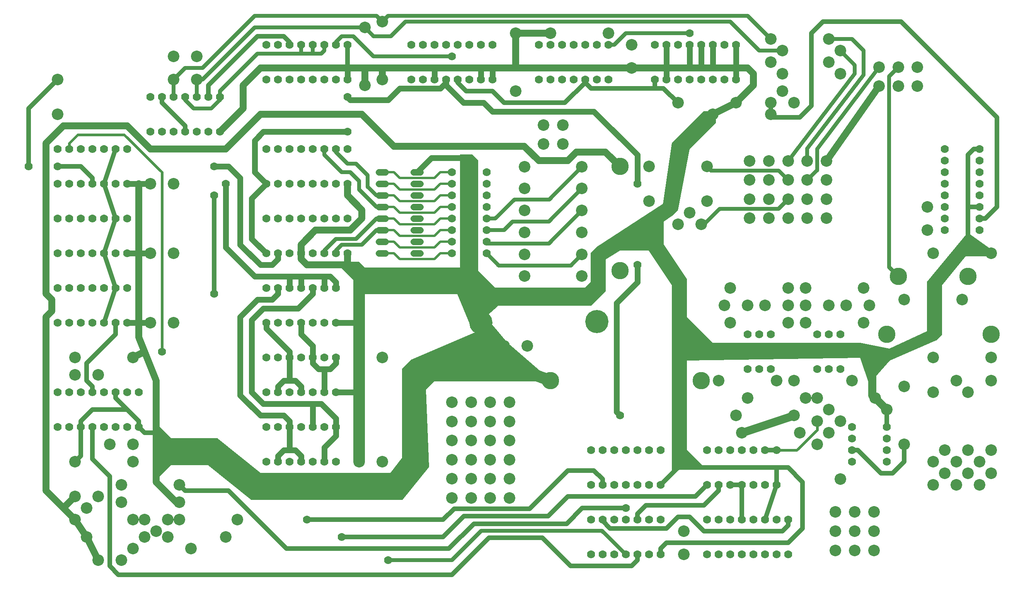
<source format=gbr>
G04 EAGLE Gerber RS-274X export*
G75*
%MOMM*%
%FSLAX34Y34*%
%LPD*%
%INTop Copper*%
%IPPOS*%
%AMOC8*
5,1,8,0,0,1.08239X$1,22.5*%
G01*
%ADD10C,2.540000*%
%ADD11C,3.810000*%
%ADD12C,5.080000*%
%ADD13C,1.778000*%
%ADD14C,1.408000*%
%ADD15C,1.016000*%
%ADD16C,1.270000*%
%ADD17C,1.524000*%
%ADD18C,2.540000*%
%ADD19C,1.778000*%
%ADD20C,0.609600*%
%ADD21C,0.812800*%
%ADD22C,0.508000*%

G36*
X1479601Y253242D02*
X1479601Y253242D01*
X1479619Y253242D01*
X1549469Y259592D01*
X1549505Y259601D01*
X1549542Y259602D01*
X1549624Y259632D01*
X1549707Y259653D01*
X1549738Y259674D01*
X1549773Y259687D01*
X1549841Y259741D01*
X1549913Y259788D01*
X1549936Y259817D01*
X1549965Y259840D01*
X1550012Y259913D01*
X1550066Y259981D01*
X1550078Y260016D01*
X1550098Y260047D01*
X1550120Y260131D01*
X1550149Y260212D01*
X1550149Y260250D01*
X1550159Y260286D01*
X1550152Y260372D01*
X1550154Y260458D01*
X1550142Y260494D01*
X1550139Y260531D01*
X1550106Y260610D01*
X1550080Y260693D01*
X1550058Y260723D01*
X1550043Y260757D01*
X1549938Y260888D01*
X1512061Y298765D01*
X1512061Y494551D01*
X1891754Y500880D01*
X1910628Y444259D01*
X1910673Y444173D01*
X1910713Y444083D01*
X1910730Y444064D01*
X1910742Y444042D01*
X1910813Y443974D01*
X1910879Y443902D01*
X1910902Y443889D01*
X1910920Y443872D01*
X1911009Y443830D01*
X1911094Y443783D01*
X1911120Y443778D01*
X1911143Y443767D01*
X1911240Y443756D01*
X1911336Y443739D01*
X1911362Y443743D01*
X1911387Y443740D01*
X1911483Y443760D01*
X1911580Y443774D01*
X1911603Y443786D01*
X1911628Y443791D01*
X1911712Y443841D01*
X1911799Y443885D01*
X1911823Y443907D01*
X1911839Y443917D01*
X1911861Y443942D01*
X1911923Y443999D01*
X1956261Y494671D01*
X2057705Y539053D01*
X2057754Y539084D01*
X2057807Y539107D01*
X2057885Y539169D01*
X2057912Y539186D01*
X2057921Y539198D01*
X2057938Y539212D01*
X2070638Y551912D01*
X2070686Y551979D01*
X2070690Y551982D01*
X2070691Y551985D01*
X2070691Y551986D01*
X2070751Y552055D01*
X2070763Y552085D01*
X2070782Y552111D01*
X2070809Y552198D01*
X2070843Y552283D01*
X2070847Y552324D01*
X2070854Y552347D01*
X2070853Y552379D01*
X2070861Y552450D01*
X2070861Y660128D01*
X2122415Y723139D01*
X2178050Y723139D01*
X2178070Y723142D01*
X2178089Y723140D01*
X2178191Y723162D01*
X2178293Y723179D01*
X2178310Y723188D01*
X2178330Y723192D01*
X2178419Y723245D01*
X2178510Y723294D01*
X2178524Y723308D01*
X2178541Y723318D01*
X2178608Y723397D01*
X2178680Y723472D01*
X2178688Y723490D01*
X2178701Y723505D01*
X2178740Y723601D01*
X2178783Y723695D01*
X2178785Y723715D01*
X2178793Y723733D01*
X2178811Y723900D01*
X2178811Y738414D01*
X2178806Y738445D01*
X2178809Y738476D01*
X2178786Y738566D01*
X2178772Y738657D01*
X2178757Y738684D01*
X2178750Y738714D01*
X2178700Y738793D01*
X2178656Y738874D01*
X2178634Y738896D01*
X2178617Y738922D01*
X2178492Y739034D01*
X2127692Y775319D01*
X2127669Y775331D01*
X2127652Y775346D01*
X2127582Y775374D01*
X2127484Y775424D01*
X2127478Y775425D01*
X2127472Y775428D01*
X2127435Y775433D01*
X2127424Y775438D01*
X2127319Y775449D01*
X2127241Y775461D01*
X2127235Y775460D01*
X2127228Y775461D01*
X2127113Y775439D01*
X2126999Y775419D01*
X2126993Y775415D01*
X2126987Y775414D01*
X2126884Y775356D01*
X2126783Y775301D01*
X2126777Y775295D01*
X2126773Y775293D01*
X2126760Y775279D01*
X2126662Y775184D01*
X2037762Y667234D01*
X2037735Y667187D01*
X2037699Y667145D01*
X2037673Y667081D01*
X2037639Y667021D01*
X2037628Y666968D01*
X2037607Y666917D01*
X2037595Y666810D01*
X2037589Y666780D01*
X2037591Y666769D01*
X2037589Y666750D01*
X2037589Y559287D01*
X1955706Y521495D01*
X1892449Y534146D01*
X1892426Y534147D01*
X1892300Y534161D01*
X1568765Y534161D01*
X1512061Y590865D01*
X1512061Y673100D01*
X1512059Y673116D01*
X1512061Y673132D01*
X1512039Y673237D01*
X1512022Y673343D01*
X1512014Y673357D01*
X1512011Y673373D01*
X1511933Y673522D01*
X1461261Y749531D01*
X1461261Y799693D01*
X1479972Y812167D01*
X1479989Y812183D01*
X1480088Y812262D01*
X1492788Y824962D01*
X1492800Y824978D01*
X1492815Y824990D01*
X1492872Y825078D01*
X1492932Y825161D01*
X1492938Y825180D01*
X1492948Y825197D01*
X1492998Y825358D01*
X1518354Y958477D01*
X1575338Y1015462D01*
X1575391Y1015536D01*
X1575451Y1015605D01*
X1575463Y1015635D01*
X1575482Y1015661D01*
X1575509Y1015748D01*
X1575524Y1015786D01*
X1575533Y1015806D01*
X1575534Y1015810D01*
X1575543Y1015833D01*
X1575547Y1015874D01*
X1575554Y1015897D01*
X1575553Y1015929D01*
X1575561Y1016000D01*
X1575561Y1028700D01*
X1575547Y1028790D01*
X1575539Y1028881D01*
X1575527Y1028911D01*
X1575522Y1028943D01*
X1575479Y1029023D01*
X1575443Y1029107D01*
X1575417Y1029139D01*
X1575406Y1029160D01*
X1575383Y1029182D01*
X1575338Y1029238D01*
X1562638Y1041938D01*
X1562564Y1041991D01*
X1562495Y1042051D01*
X1562465Y1042063D01*
X1562439Y1042082D01*
X1562352Y1042109D01*
X1562267Y1042143D01*
X1562226Y1042147D01*
X1562203Y1042154D01*
X1562171Y1042153D01*
X1562100Y1042161D01*
X1549400Y1042161D01*
X1549310Y1042147D01*
X1549219Y1042139D01*
X1549189Y1042127D01*
X1549157Y1042122D01*
X1549077Y1042079D01*
X1548993Y1042043D01*
X1548961Y1042017D01*
X1548940Y1042006D01*
X1548918Y1041983D01*
X1548862Y1041938D01*
X1479012Y972088D01*
X1478990Y972058D01*
X1478962Y972033D01*
X1478918Y971958D01*
X1478868Y971889D01*
X1478857Y971853D01*
X1478838Y971820D01*
X1478796Y971658D01*
X1459795Y838649D01*
X1314034Y743588D01*
X1314022Y743577D01*
X1313912Y743488D01*
X1301212Y730788D01*
X1301159Y730714D01*
X1301099Y730645D01*
X1301087Y730615D01*
X1301068Y730589D01*
X1301041Y730502D01*
X1301007Y730417D01*
X1301003Y730376D01*
X1300996Y730353D01*
X1300997Y730321D01*
X1300989Y730250D01*
X1300989Y667065D01*
X1288735Y654811D01*
X1092515Y654811D01*
X1054861Y692465D01*
X1054861Y933450D01*
X1054847Y933540D01*
X1054839Y933631D01*
X1054827Y933661D01*
X1054822Y933693D01*
X1054779Y933773D01*
X1054743Y933857D01*
X1054717Y933889D01*
X1054706Y933910D01*
X1054683Y933932D01*
X1054638Y933988D01*
X1041938Y946688D01*
X1041864Y946741D01*
X1041795Y946801D01*
X1041765Y946813D01*
X1041739Y946832D01*
X1041652Y946859D01*
X1041567Y946893D01*
X1041526Y946897D01*
X1041503Y946904D01*
X1041471Y946903D01*
X1041400Y946911D01*
X1016000Y946911D01*
X1015980Y946908D01*
X1015961Y946910D01*
X1015859Y946888D01*
X1015757Y946872D01*
X1015740Y946862D01*
X1015720Y946858D01*
X1015631Y946805D01*
X1015540Y946756D01*
X1015526Y946742D01*
X1015509Y946732D01*
X1015442Y946653D01*
X1015371Y946578D01*
X1015362Y946560D01*
X1015349Y946545D01*
X1015310Y946449D01*
X1015267Y946355D01*
X1015265Y946335D01*
X1015257Y946317D01*
X1015239Y946150D01*
X1015239Y699261D01*
X806765Y699261D01*
X794288Y711738D01*
X794214Y711791D01*
X794145Y711851D01*
X794115Y711863D01*
X794089Y711882D01*
X794002Y711909D01*
X793917Y711943D01*
X793876Y711947D01*
X793853Y711954D01*
X793821Y711953D01*
X793750Y711961D01*
X742950Y711961D01*
X742879Y711950D01*
X742808Y711948D01*
X742759Y711930D01*
X742707Y711922D01*
X742644Y711888D01*
X742577Y711863D01*
X742536Y711831D01*
X742490Y711806D01*
X742441Y711755D01*
X742385Y711710D01*
X742356Y711666D01*
X742321Y711628D01*
X742290Y711563D01*
X742252Y711503D01*
X742239Y711452D01*
X742217Y711405D01*
X742209Y711334D01*
X742191Y711264D01*
X742196Y711212D01*
X742190Y711161D01*
X742205Y711090D01*
X742211Y711019D01*
X742231Y710971D01*
X742242Y710920D01*
X742279Y710859D01*
X742307Y710793D01*
X742352Y710737D01*
X742368Y710709D01*
X742386Y710694D01*
X742412Y710662D01*
X786639Y666435D01*
X786639Y641350D01*
X786642Y641330D01*
X786640Y641311D01*
X786662Y641209D01*
X786679Y641107D01*
X786688Y641090D01*
X786692Y641070D01*
X786745Y640981D01*
X786794Y640890D01*
X786808Y640876D01*
X786818Y640859D01*
X786897Y640792D01*
X786972Y640721D01*
X786990Y640712D01*
X787005Y640699D01*
X787101Y640660D01*
X787195Y640617D01*
X787215Y640615D01*
X787233Y640607D01*
X787400Y640589D01*
X1009143Y640589D01*
X1040697Y564857D01*
X1040709Y564838D01*
X1040716Y564816D01*
X1040774Y564734D01*
X1040827Y564648D01*
X1040845Y564634D01*
X1040858Y564615D01*
X1040939Y564556D01*
X1041017Y564492D01*
X1041038Y564484D01*
X1041057Y564471D01*
X1041153Y564440D01*
X1041247Y564404D01*
X1041270Y564403D01*
X1041291Y564397D01*
X1041392Y564398D01*
X1041493Y564394D01*
X1041515Y564401D01*
X1041537Y564401D01*
X1041632Y564435D01*
X1041729Y564463D01*
X1041747Y564476D01*
X1041769Y564484D01*
X1041906Y564581D01*
X1098839Y615189D01*
X1301750Y615189D01*
X1301840Y615204D01*
X1301931Y615211D01*
X1301961Y615223D01*
X1301993Y615229D01*
X1302073Y615271D01*
X1302157Y615307D01*
X1302189Y615333D01*
X1302210Y615344D01*
X1302232Y615367D01*
X1302288Y615412D01*
X1334038Y647162D01*
X1334091Y647236D01*
X1334151Y647305D01*
X1334163Y647335D01*
X1334182Y647361D01*
X1334209Y647448D01*
X1334243Y647533D01*
X1334247Y647574D01*
X1334254Y647597D01*
X1334253Y647629D01*
X1334261Y647700D01*
X1334261Y717119D01*
X1365461Y735839D01*
X1428343Y735839D01*
X1478789Y660170D01*
X1478789Y254000D01*
X1478798Y253946D01*
X1478796Y253892D01*
X1478817Y253826D01*
X1478829Y253757D01*
X1478854Y253709D01*
X1478870Y253657D01*
X1478911Y253601D01*
X1478944Y253540D01*
X1478983Y253502D01*
X1479015Y253458D01*
X1479072Y253418D01*
X1479122Y253371D01*
X1479171Y253348D01*
X1479216Y253316D01*
X1479282Y253296D01*
X1479345Y253267D01*
X1479399Y253261D01*
X1479451Y253245D01*
X1479560Y253243D01*
X1479589Y253240D01*
X1479601Y253242D01*
G37*
G36*
X889010Y189232D02*
X889010Y189232D01*
X889020Y189231D01*
X889167Y189252D01*
X889316Y189271D01*
X889325Y189274D01*
X889334Y189276D01*
X889472Y189333D01*
X889611Y189388D01*
X889619Y189393D01*
X889628Y189397D01*
X889748Y189487D01*
X889869Y189574D01*
X889875Y189582D01*
X889883Y189588D01*
X889991Y189707D01*
X946860Y260793D01*
X946888Y260838D01*
X946922Y260878D01*
X946929Y260892D01*
X946934Y260897D01*
X946959Y260951D01*
X946970Y260973D01*
X947026Y261065D01*
X947042Y261115D01*
X947065Y261162D01*
X947088Y261266D01*
X947120Y261369D01*
X947122Y261421D01*
X947133Y261472D01*
X947137Y261633D01*
X940862Y431067D01*
X959376Y449581D01*
X1212850Y449581D01*
X1212875Y449584D01*
X1212900Y449582D01*
X1213032Y449604D01*
X1213166Y449621D01*
X1213189Y449630D01*
X1213214Y449634D01*
X1213337Y449688D01*
X1213461Y449738D01*
X1213482Y449752D01*
X1213505Y449763D01*
X1213610Y449846D01*
X1213719Y449924D01*
X1213735Y449944D01*
X1213755Y449960D01*
X1213836Y450066D01*
X1213921Y450169D01*
X1213932Y450192D01*
X1213947Y450212D01*
X1214000Y450336D01*
X1214057Y450457D01*
X1214062Y450482D01*
X1214072Y450505D01*
X1214092Y450638D01*
X1214117Y450770D01*
X1214115Y450795D01*
X1214119Y450820D01*
X1214105Y450953D01*
X1214097Y451087D01*
X1214089Y451111D01*
X1214087Y451136D01*
X1214040Y451262D01*
X1213999Y451389D01*
X1213985Y451411D01*
X1213977Y451434D01*
X1213901Y451545D01*
X1213829Y451658D01*
X1213810Y451675D01*
X1213796Y451696D01*
X1213681Y451809D01*
X1118509Y534292D01*
X1086825Y572313D01*
X1086756Y572377D01*
X1086694Y572448D01*
X1086640Y572485D01*
X1086592Y572529D01*
X1086509Y572575D01*
X1086431Y572628D01*
X1086370Y572651D01*
X1086313Y572682D01*
X1086221Y572705D01*
X1086133Y572737D01*
X1086068Y572744D01*
X1086005Y572760D01*
X1085910Y572759D01*
X1085816Y572769D01*
X1085752Y572759D01*
X1085687Y572759D01*
X1085595Y572735D01*
X1085502Y572721D01*
X1085397Y572683D01*
X1085379Y572679D01*
X1085371Y572674D01*
X1085350Y572667D01*
X907550Y496467D01*
X907549Y496466D01*
X907547Y496465D01*
X907409Y496384D01*
X907276Y496306D01*
X907275Y496305D01*
X907273Y496304D01*
X907153Y496198D01*
X888103Y477148D01*
X888042Y477069D01*
X887974Y476997D01*
X887945Y476944D01*
X887908Y476896D01*
X887868Y476805D01*
X887820Y476719D01*
X887805Y476660D01*
X887781Y476604D01*
X887766Y476506D01*
X887741Y476411D01*
X887735Y476311D01*
X887731Y476290D01*
X887733Y476278D01*
X887731Y476250D01*
X887731Y281940D01*
X862965Y248919D01*
X578295Y248919D01*
X483393Y324841D01*
X483368Y324856D01*
X483347Y324876D01*
X483233Y324939D01*
X483122Y325007D01*
X483094Y325016D01*
X483069Y325030D01*
X482943Y325062D01*
X482818Y325100D01*
X482789Y325102D01*
X482761Y325109D01*
X482600Y325119D01*
X381526Y325119D01*
X350148Y356498D01*
X350038Y356583D01*
X349931Y356671D01*
X349912Y356680D01*
X349896Y356692D01*
X349768Y356748D01*
X349643Y356807D01*
X349623Y356811D01*
X349604Y356819D01*
X349466Y356841D01*
X349331Y356867D01*
X349310Y356865D01*
X349290Y356869D01*
X349151Y356856D01*
X349013Y356847D01*
X348994Y356841D01*
X348974Y356839D01*
X348842Y356792D01*
X348711Y356749D01*
X348693Y356738D01*
X348674Y356731D01*
X348559Y356653D01*
X348442Y356579D01*
X348428Y356564D01*
X348411Y356553D01*
X348319Y356449D01*
X348224Y356347D01*
X348214Y356329D01*
X348201Y356314D01*
X348138Y356190D01*
X348070Y356069D01*
X348065Y356049D01*
X348056Y356031D01*
X348026Y355895D01*
X347991Y355761D01*
X347989Y355733D01*
X347987Y355721D01*
X347987Y355700D01*
X347981Y355600D01*
X347981Y234950D01*
X347998Y234812D01*
X348011Y234674D01*
X348018Y234655D01*
X348021Y234634D01*
X348072Y234505D01*
X348119Y234374D01*
X348130Y234358D01*
X348138Y234339D01*
X348219Y234226D01*
X348297Y234111D01*
X348313Y234098D01*
X348324Y234081D01*
X348432Y233993D01*
X348536Y233901D01*
X348554Y233892D01*
X348569Y233879D01*
X348695Y233819D01*
X348819Y233756D01*
X348839Y233752D01*
X348857Y233743D01*
X348993Y233717D01*
X349129Y233687D01*
X349150Y233687D01*
X349170Y233683D01*
X349308Y233692D01*
X349447Y233696D01*
X349467Y233702D01*
X349487Y233703D01*
X349619Y233746D01*
X349753Y233785D01*
X349770Y233795D01*
X349789Y233801D01*
X349907Y233875D01*
X350027Y233946D01*
X350048Y233965D01*
X350058Y233971D01*
X350072Y233986D01*
X350148Y234053D01*
X381526Y265431D01*
X463105Y265431D01*
X558007Y189509D01*
X558032Y189494D01*
X558053Y189474D01*
X558167Y189411D01*
X558278Y189343D01*
X558306Y189334D01*
X558331Y189320D01*
X558457Y189288D01*
X558582Y189250D01*
X558611Y189248D01*
X558639Y189241D01*
X558800Y189231D01*
X889000Y189231D01*
X889010Y189232D01*
G37*
D10*
X133350Y1035050D03*
D11*
X1212850Y450850D03*
D12*
X1314450Y580390D03*
D13*
X311150Y425450D03*
X285750Y425450D03*
X260350Y425450D03*
X234950Y425450D03*
X209550Y425450D03*
X184150Y425450D03*
X158750Y425450D03*
X133350Y425450D03*
X133350Y349250D03*
X158750Y349250D03*
X184150Y349250D03*
X209550Y349250D03*
X234950Y349250D03*
X260350Y349250D03*
X285750Y349250D03*
X311150Y349250D03*
X768350Y958850D03*
X742950Y958850D03*
X717550Y958850D03*
X692150Y958850D03*
X666750Y958850D03*
X641350Y958850D03*
X615950Y958850D03*
X590550Y958850D03*
X590550Y882650D03*
X615950Y882650D03*
X641350Y882650D03*
X666750Y882650D03*
X692150Y882650D03*
X717550Y882650D03*
X742950Y882650D03*
X768350Y882650D03*
X768350Y806450D03*
X742950Y806450D03*
X717550Y806450D03*
X692150Y806450D03*
X666750Y806450D03*
X641350Y806450D03*
X615950Y806450D03*
X590550Y806450D03*
X590550Y730250D03*
X615950Y730250D03*
X641350Y730250D03*
X666750Y730250D03*
X692150Y730250D03*
X717550Y730250D03*
X742950Y730250D03*
X768350Y730250D03*
X285750Y958850D03*
X260350Y958850D03*
X234950Y958850D03*
X209550Y958850D03*
X184150Y958850D03*
X158750Y958850D03*
X133350Y958850D03*
X133350Y882650D03*
X158750Y882650D03*
X184150Y882650D03*
X209550Y882650D03*
X234950Y882650D03*
X260350Y882650D03*
X285750Y882650D03*
X285750Y806450D03*
X260350Y806450D03*
X234950Y806450D03*
X209550Y806450D03*
X184150Y806450D03*
X158750Y806450D03*
X133350Y806450D03*
X133350Y730250D03*
X158750Y730250D03*
X184150Y730250D03*
X209550Y730250D03*
X234950Y730250D03*
X260350Y730250D03*
X285750Y730250D03*
X285750Y654050D03*
X260350Y654050D03*
X234950Y654050D03*
X209550Y654050D03*
X184150Y654050D03*
X158750Y654050D03*
X133350Y654050D03*
X133350Y577850D03*
X158750Y577850D03*
X184150Y577850D03*
X209550Y577850D03*
X234950Y577850D03*
X260350Y577850D03*
X285750Y577850D03*
X2076450Y958850D03*
X2076450Y933450D03*
X2076450Y908050D03*
X2076450Y882650D03*
X2076450Y857250D03*
X2076450Y831850D03*
X2076450Y806450D03*
X2076450Y781050D03*
X2152650Y781050D03*
X2152650Y806450D03*
X2152650Y831850D03*
X2152650Y857250D03*
X2152650Y882650D03*
X2152650Y908050D03*
X2152650Y933450D03*
X2152650Y958850D03*
X996950Y908050D03*
X996950Y882650D03*
X996950Y857250D03*
X996950Y831850D03*
X996950Y806450D03*
X996950Y781050D03*
X996950Y755650D03*
X996950Y730250D03*
X1073150Y730250D03*
X1073150Y755650D03*
X1073150Y781050D03*
X1073150Y806450D03*
X1073150Y831850D03*
X1073150Y857250D03*
X1073150Y882650D03*
X1073150Y908050D03*
X1085850Y1187450D03*
X1060450Y1187450D03*
X1035050Y1187450D03*
X1009650Y1187450D03*
X984250Y1187450D03*
X958850Y1187450D03*
X933450Y1187450D03*
X908050Y1187450D03*
X908050Y1111250D03*
X933450Y1111250D03*
X958850Y1111250D03*
X984250Y1111250D03*
X1009650Y1111250D03*
X1035050Y1111250D03*
X1060450Y1111250D03*
X1085850Y1111250D03*
X1619250Y1187450D03*
X1593850Y1187450D03*
X1568450Y1187450D03*
X1543050Y1187450D03*
X1517650Y1187450D03*
X1492250Y1187450D03*
X1466850Y1187450D03*
X1441450Y1187450D03*
X1441450Y1111250D03*
X1466850Y1111250D03*
X1492250Y1111250D03*
X1517650Y1111250D03*
X1543050Y1111250D03*
X1568450Y1111250D03*
X1593850Y1111250D03*
X1619250Y1111250D03*
X1339850Y1187450D03*
X1314450Y1187450D03*
X1289050Y1187450D03*
X1263650Y1187450D03*
X1238250Y1187450D03*
X1212850Y1187450D03*
X1187450Y1187450D03*
X1187450Y1111250D03*
X1212850Y1111250D03*
X1238250Y1111250D03*
X1263650Y1111250D03*
X1289050Y1111250D03*
X1314450Y1111250D03*
X1339850Y1111250D03*
X742950Y654050D03*
X717550Y654050D03*
X692150Y654050D03*
X666750Y654050D03*
X641350Y654050D03*
X615950Y654050D03*
X590550Y654050D03*
X590550Y577850D03*
X615950Y577850D03*
X641350Y577850D03*
X666750Y577850D03*
X692150Y577850D03*
X717550Y577850D03*
X742950Y577850D03*
X742950Y501650D03*
X717550Y501650D03*
X692150Y501650D03*
X666750Y501650D03*
X641350Y501650D03*
X615950Y501650D03*
X590550Y501650D03*
X590550Y425450D03*
X615950Y425450D03*
X641350Y425450D03*
X666750Y425450D03*
X692150Y425450D03*
X717550Y425450D03*
X742950Y425450D03*
X742950Y349250D03*
X717550Y349250D03*
X692150Y349250D03*
X666750Y349250D03*
X641350Y349250D03*
X615950Y349250D03*
X590550Y349250D03*
X590550Y273050D03*
X615950Y273050D03*
X641350Y273050D03*
X666750Y273050D03*
X692150Y273050D03*
X717550Y273050D03*
X742950Y273050D03*
X1454150Y298450D03*
X1428750Y298450D03*
X1403350Y298450D03*
X1377950Y298450D03*
X1352550Y298450D03*
X1327150Y298450D03*
X1301750Y298450D03*
X1301750Y222250D03*
X1327150Y222250D03*
X1352550Y222250D03*
X1377950Y222250D03*
X1403350Y222250D03*
X1428750Y222250D03*
X1454150Y222250D03*
X1454150Y146050D03*
X1428750Y146050D03*
X1403350Y146050D03*
X1377950Y146050D03*
X1352550Y146050D03*
X1327150Y146050D03*
X1301750Y146050D03*
X1301750Y69850D03*
X1327150Y69850D03*
X1352550Y69850D03*
X1377950Y69850D03*
X1403350Y69850D03*
X1428750Y69850D03*
X1454150Y69850D03*
X1708150Y298450D03*
X1682750Y298450D03*
X1657350Y298450D03*
X1631950Y298450D03*
X1606550Y298450D03*
X1581150Y298450D03*
X1555750Y298450D03*
X1555750Y222250D03*
X1581150Y222250D03*
X1606550Y222250D03*
X1631950Y222250D03*
X1657350Y222250D03*
X1682750Y222250D03*
X1708150Y222250D03*
X1733550Y146050D03*
X1708150Y146050D03*
X1682750Y146050D03*
X1657350Y146050D03*
X1631950Y146050D03*
X1606550Y146050D03*
X1581150Y146050D03*
X1555750Y146050D03*
X1555750Y69850D03*
X1581150Y69850D03*
X1606550Y69850D03*
X1631950Y69850D03*
X1657350Y69850D03*
X1682750Y69850D03*
X1708150Y69850D03*
X1733550Y69850D03*
X1873250Y349250D03*
X1873250Y323850D03*
X1873250Y298450D03*
X1873250Y273050D03*
X1949450Y273050D03*
X1949450Y298450D03*
X1949450Y323850D03*
X1949450Y349250D03*
X1695450Y552450D03*
X1670050Y552450D03*
X1644650Y552450D03*
X1644650Y476250D03*
X1670050Y476250D03*
X1695450Y476250D03*
X1847850Y552450D03*
X1822450Y552450D03*
X1797050Y552450D03*
X1797050Y476250D03*
X1822450Y476250D03*
X1847850Y476250D03*
D14*
X851590Y908050D02*
X837510Y908050D01*
X837510Y882650D02*
X851590Y882650D01*
X851590Y857250D02*
X837510Y857250D01*
X837510Y831850D02*
X851590Y831850D01*
X851590Y806450D02*
X837510Y806450D01*
X837510Y781050D02*
X851590Y781050D01*
X851590Y755650D02*
X837510Y755650D01*
X837510Y730250D02*
X851590Y730250D01*
X913710Y730250D02*
X927790Y730250D01*
X927790Y755650D02*
X913710Y755650D01*
X913710Y781050D02*
X927790Y781050D01*
X927790Y806450D02*
X913710Y806450D01*
X913710Y831850D02*
X927790Y831850D01*
X927790Y857250D02*
X913710Y857250D01*
X913710Y882650D02*
X927790Y882650D01*
X927790Y908050D02*
X913710Y908050D01*
D13*
X768350Y1187450D03*
X742950Y1187450D03*
X717550Y1187450D03*
X692150Y1187450D03*
X666750Y1187450D03*
X641350Y1187450D03*
X615950Y1187450D03*
X590550Y1187450D03*
X590550Y1111250D03*
X615950Y1111250D03*
X641350Y1111250D03*
X666750Y1111250D03*
X692150Y1111250D03*
X717550Y1111250D03*
X742950Y1111250D03*
X768350Y1111250D03*
X488950Y1073150D03*
X463550Y1073150D03*
X438150Y1073150D03*
X412750Y1073150D03*
X387350Y1073150D03*
X361950Y1073150D03*
X336550Y1073150D03*
X336550Y996950D03*
X361950Y996950D03*
X387350Y996950D03*
X412750Y996950D03*
X438150Y996950D03*
X463550Y996950D03*
X488950Y996950D03*
X133350Y920750D03*
X69850Y920750D03*
D10*
X133350Y1111250D03*
X336550Y882650D03*
X387350Y882650D03*
X336550Y730250D03*
X387350Y730250D03*
X336550Y577850D03*
X387350Y577850D03*
X222250Y463550D03*
X171450Y463550D03*
X171450Y501650D03*
X298450Y501650D03*
X247650Y311150D03*
X298450Y311150D03*
X298450Y273050D03*
X171450Y273050D03*
X171450Y196850D03*
X222250Y196850D03*
X196850Y171450D03*
X171450Y146050D03*
X196850Y107950D03*
X222250Y57150D03*
X273050Y57150D03*
X298450Y82550D03*
X298450Y146050D03*
X323850Y146050D03*
X323850Y107950D03*
X349250Y120650D03*
X374650Y107950D03*
X374650Y146050D03*
X400050Y146050D03*
X425450Y82550D03*
X501650Y107950D03*
X527050Y146050D03*
X273050Y184150D03*
X273050Y222250D03*
X400050Y184150D03*
X400050Y222250D03*
D13*
X476250Y641350D03*
X476250Y857250D03*
X476250Y920750D03*
X501650Y882650D03*
X768350Y996950D03*
X768350Y1073150D03*
D10*
X387350Y1111250D03*
X438150Y1111250D03*
X438150Y1162050D03*
X387350Y1162050D03*
X806450Y1225550D03*
X844550Y1238250D03*
X1136650Y1212850D03*
X1212850Y1212850D03*
X1339850Y1212850D03*
X1390650Y1187450D03*
X1695450Y1200150D03*
X1720850Y1174750D03*
X1695450Y1149350D03*
X1720850Y1123950D03*
X1720850Y1085850D03*
X1746250Y1060450D03*
X1695450Y1060450D03*
X1695450Y1035050D03*
X1619250Y1060450D03*
X1568450Y1035050D03*
X1492250Y1060450D03*
X1390650Y1136650D03*
X1428750Y920750D03*
X1555750Y920750D03*
X1428750Y844550D03*
X1555750Y844550D03*
X1517650Y819150D03*
X1543050Y793750D03*
X1492250Y793750D03*
X793750Y273050D03*
X844550Y273050D03*
X793750Y501650D03*
X844550Y501650D03*
X806450Y1098550D03*
X844550Y1111250D03*
D13*
X679450Y146050D03*
X755650Y107950D03*
X857250Y57150D03*
D10*
X1111250Y527050D03*
X1162050Y527050D03*
X1847850Y234950D03*
X1797050Y311150D03*
X1822450Y336550D03*
X1847850Y361950D03*
X1797050Y361950D03*
X1822450Y387350D03*
X1758950Y336550D03*
X1746250Y374650D03*
X1631950Y336550D03*
X1619250Y374650D03*
X1644650Y412750D03*
X1771650Y412750D03*
X1797050Y412750D03*
X1746250Y450850D03*
X1708150Y450850D03*
X1581150Y450850D03*
X1606550Y577850D03*
X1593850Y615950D03*
X1606550Y654050D03*
X1644650Y615950D03*
X1682750Y615950D03*
X1733550Y615950D03*
X1771650Y615950D03*
X1771650Y654050D03*
X1733550Y654050D03*
X1733550Y577850D03*
X1771650Y577850D03*
X1822450Y615950D03*
X1860550Y615950D03*
X1898650Y654050D03*
X1911350Y615950D03*
X1898650Y577850D03*
X1987550Y628650D03*
X2038350Y781050D03*
X2038350Y831850D03*
X2051050Y730250D03*
X2178050Y730250D03*
X2114550Y628650D03*
X1822450Y1200150D03*
X1847850Y1174750D03*
X1822450Y1149350D03*
X1847850Y1123950D03*
D11*
X1365250Y920750D03*
D13*
X361950Y514350D03*
X1377950Y171450D03*
D10*
X1504950Y120650D03*
X1504950Y69850D03*
D13*
X996950Y1162050D03*
X1403350Y882650D03*
X1517650Y1212850D03*
D10*
X1924050Y412750D03*
X1949450Y387350D03*
X1873250Y450850D03*
X1987550Y311150D03*
X1987550Y438150D03*
X2051050Y501650D03*
X2178050Y501650D03*
D11*
X2178050Y552450D03*
X2127250Y679450D03*
X1949450Y552450D03*
X1974850Y679450D03*
X1543050Y450850D03*
D13*
X1403350Y704850D03*
X1365250Y374650D03*
D11*
X1365250Y692150D03*
D12*
X1060450Y577850D03*
D10*
X1136650Y1085850D03*
X2051050Y222250D03*
X2101850Y222250D03*
X2152650Y222250D03*
X2076450Y247650D03*
X2127250Y247650D03*
X2178050Y247650D03*
X2051050Y273050D03*
X2101850Y273050D03*
X2152650Y273050D03*
X2076450Y298450D03*
X2127250Y298450D03*
X2178050Y298450D03*
X2051050Y425450D03*
X2101850Y450850D03*
X2127250Y425450D03*
X2178050Y450850D03*
X1198200Y969600D03*
X1240200Y969600D03*
X1198200Y1011600D03*
X1240200Y1011600D03*
X1932850Y1138600D03*
X1932850Y1096600D03*
X1974850Y1138600D03*
X1974850Y1096600D03*
X2016850Y1138600D03*
X2016850Y1096600D03*
X1837600Y78650D03*
X1879600Y78650D03*
X1921600Y78650D03*
X1837600Y120650D03*
X1879600Y120650D03*
X1921600Y120650D03*
X1837600Y162650D03*
X1879600Y162650D03*
X1921600Y162650D03*
X1649550Y932950D03*
X1649550Y890950D03*
X1649550Y848950D03*
X1649550Y806950D03*
X1691550Y932950D03*
X1691550Y890950D03*
X1691550Y848950D03*
X1691550Y806950D03*
X1733550Y932950D03*
X1733550Y890950D03*
X1733550Y848950D03*
X1733550Y806950D03*
X1775550Y932950D03*
X1775550Y890950D03*
X1775550Y848950D03*
X1775550Y806950D03*
X1817550Y932950D03*
X1817550Y890950D03*
X1817550Y848950D03*
X1817550Y806950D03*
X997450Y193450D03*
X1039450Y193450D03*
X1081450Y193450D03*
X1123450Y193450D03*
X997450Y235450D03*
X1039450Y235450D03*
X1081450Y235450D03*
X1123450Y235450D03*
X997450Y277450D03*
X1039450Y277450D03*
X1081450Y277450D03*
X1123450Y277450D03*
X997450Y319450D03*
X1039450Y319450D03*
X1081450Y319450D03*
X1123450Y319450D03*
X997450Y361450D03*
X1039450Y361450D03*
X1081450Y361450D03*
X1123450Y361450D03*
X997450Y403450D03*
X1039450Y403450D03*
X1081450Y403450D03*
X1123450Y403450D03*
X1156200Y920100D03*
X1282200Y920100D03*
X1156200Y872100D03*
X1282200Y872100D03*
X1156200Y824100D03*
X1282200Y824100D03*
X1156200Y776100D03*
X1282200Y776100D03*
X1156200Y728100D03*
X1282200Y728100D03*
X1156200Y680100D03*
X1282200Y680100D03*
D15*
X69850Y920750D02*
X69850Y1047750D01*
X133350Y1111250D01*
X133350Y920750D02*
X184150Y920750D01*
X209550Y895350D01*
X209550Y882650D01*
X361950Y1060450D02*
X361950Y1073150D01*
X361950Y1060450D02*
X412750Y1009650D01*
X412750Y996950D01*
X209550Y438150D02*
X209550Y425450D01*
X209550Y438150D02*
X196850Y450850D01*
X196850Y488950D01*
X260350Y552450D01*
X260350Y577850D01*
X184150Y361950D02*
X184150Y349250D01*
X260350Y412750D02*
X260350Y425450D01*
X260350Y412750D02*
X285750Y387350D01*
X311150Y361950D01*
X311150Y349250D01*
X209550Y387350D02*
X184150Y361950D01*
X209550Y387350D02*
X285750Y387350D01*
X184150Y349250D02*
X184150Y285750D01*
X171450Y273050D01*
D16*
X285750Y882650D02*
X311150Y882650D01*
X336550Y882650D01*
X311150Y730250D02*
X285750Y730250D01*
X311150Y730250D02*
X336550Y730250D01*
D17*
X311150Y730250D02*
X311150Y882650D01*
D16*
X311150Y577850D02*
X285750Y577850D01*
X311150Y577850D02*
X336550Y577850D01*
D17*
X311150Y577850D02*
X311150Y730250D01*
X311150Y577850D02*
X311150Y546100D01*
X349250Y450850D02*
X349250Y336550D01*
X349250Y228600D01*
X393700Y184150D01*
X400050Y184150D01*
X323850Y514350D02*
X311150Y546100D01*
X323850Y514350D02*
X349250Y450850D01*
X323850Y514350D02*
X298450Y501650D01*
D15*
X323850Y336550D02*
X349250Y336550D01*
X323850Y336550D02*
X311150Y349250D01*
D18*
X1060450Y533400D02*
X1060450Y577850D01*
D17*
X768350Y857250D02*
X768350Y882650D01*
X768350Y857250D02*
X800100Y825500D01*
X800100Y806450D01*
X774700Y781050D01*
X698500Y781050D01*
X666750Y749300D01*
X666750Y730250D01*
X666750Y717550D01*
X679450Y704850D01*
X768350Y704850D01*
X768350Y730250D01*
D18*
X793750Y577850D02*
X793750Y501650D01*
X793750Y577850D02*
X793750Y679450D01*
X793750Y501650D02*
X793750Y425450D01*
D16*
X742950Y425450D01*
D18*
X793750Y425450D02*
X793750Y273050D01*
D16*
X793750Y577850D02*
X742950Y577850D01*
X920750Y908050D02*
X952500Y939800D01*
X1035050Y939800D01*
D15*
X1949450Y387350D02*
X1949450Y349250D01*
D19*
X1949450Y387350D02*
X1924050Y412750D01*
X1917700Y419100D01*
X1917700Y508000D01*
D15*
X2139950Y958850D02*
X2152650Y958850D01*
X2139950Y958850D02*
X2127250Y946150D01*
X2127250Y831850D01*
X2127250Y768350D01*
X2165350Y730250D01*
X2178050Y730250D01*
D17*
X539750Y1047750D02*
X488950Y996950D01*
X539750Y1047750D02*
X539750Y1098550D01*
X577850Y1136650D01*
X768350Y1136650D01*
D15*
X768350Y1187450D01*
D16*
X768350Y1136650D02*
X768350Y1111250D01*
D17*
X1619250Y1060450D02*
X1657350Y1098550D01*
X806450Y1136650D02*
X768350Y1136650D01*
X806450Y1136650D02*
X806450Y1098550D01*
X806450Y1136650D02*
X844550Y1136650D01*
X844550Y1111250D01*
X1657350Y1123950D02*
X1657350Y1098550D01*
X1657350Y1123950D02*
X1644650Y1136650D01*
X958850Y1136650D02*
X844550Y1136650D01*
D16*
X958850Y1136650D02*
X958850Y1111250D01*
D17*
X958850Y1136650D02*
X1060450Y1136650D01*
D16*
X1060450Y1111250D01*
D17*
X1619250Y1136650D02*
X1644650Y1136650D01*
D16*
X1619250Y1136650D02*
X1619250Y1187450D01*
X1619250Y1136650D02*
X1619250Y1111250D01*
D17*
X1619250Y1136650D02*
X1568450Y1136650D01*
D16*
X1568450Y1187450D01*
D17*
X1212850Y1212850D02*
X1136650Y1212850D01*
X1085850Y1136650D02*
X1060450Y1136650D01*
D16*
X1085850Y1136650D02*
X1085850Y1111250D01*
D17*
X1085850Y1136650D02*
X1136650Y1136650D01*
X1136650Y1212850D01*
X1543050Y1136650D02*
X1568450Y1136650D01*
D16*
X1543050Y1136650D02*
X1543050Y1187450D01*
D17*
X1543050Y1136650D02*
X1517650Y1136650D01*
D16*
X1517650Y1187450D01*
D17*
X1390650Y1136650D02*
X1136650Y1136650D01*
X1390650Y1136650D02*
X1466850Y1136650D01*
X1517650Y1136650D01*
D16*
X1466850Y1136650D02*
X1466850Y1187450D01*
X1466850Y1136650D02*
X1466850Y1111250D01*
D17*
X1568450Y1035050D02*
X1619250Y1060450D01*
D18*
X1212850Y450850D02*
X1162050Y469900D01*
D15*
X2127250Y831850D02*
X2152650Y831850D01*
X1454150Y82550D02*
X1454150Y69850D01*
X1454150Y82550D02*
X1466850Y95250D01*
X1733550Y95250D01*
X1765300Y127000D01*
X1765300Y228600D01*
X1733550Y260350D01*
X1708150Y260350D01*
X1492250Y260350D01*
X1454150Y222250D01*
X1708150Y222250D02*
X1708150Y260350D01*
X1708150Y222250D02*
X1682750Y146050D01*
X209550Y279400D02*
X209550Y349250D01*
X209550Y279400D02*
X247650Y241300D01*
X247650Y44450D01*
X266700Y25400D01*
X996950Y25400D01*
X1078230Y106680D01*
X1195070Y106680D01*
X1257300Y44450D01*
X1390650Y44450D01*
X1403350Y57150D01*
X1403350Y69850D01*
D20*
X158750Y958850D02*
X158750Y971550D01*
X177800Y990600D01*
X279400Y990600D01*
X361950Y908050D01*
X361950Y514350D01*
D15*
X679450Y146050D02*
X977900Y146050D01*
X1002030Y170180D01*
X1167130Y170180D01*
X1250950Y254000D01*
X1308100Y254000D01*
X1327150Y234950D01*
X1327150Y222250D01*
X412750Y209550D02*
X400050Y222250D01*
X412750Y209550D02*
X508000Y209550D01*
X635000Y82550D01*
X990600Y82550D01*
X1045210Y137160D01*
X1248410Y137160D01*
X1282700Y171450D01*
X1377950Y171450D01*
D21*
X996950Y57150D02*
X857250Y57150D01*
X996950Y57150D02*
X1061720Y121920D01*
X1325880Y121920D01*
X1377950Y69850D01*
X387350Y1073150D02*
X387350Y1111250D01*
X412750Y1136650D01*
X450850Y1136650D01*
X565150Y1250950D01*
X831850Y1250950D01*
X844550Y1238250D01*
X857250Y1250950D01*
X1644650Y1250950D01*
X1695450Y1200150D01*
X438150Y1111250D02*
X438150Y1073150D01*
X438150Y1111250D02*
X450850Y1111250D01*
X565150Y1225550D01*
X806450Y1225550D01*
X825500Y1206500D01*
X863600Y1206500D01*
X895350Y1238250D01*
X1606550Y1238250D01*
X1670050Y1174750D01*
X1720850Y1174750D01*
D15*
X463550Y1098550D02*
X463550Y1073150D01*
X463550Y1098550D02*
X571500Y1206500D01*
X628650Y1206500D01*
X641350Y1193800D01*
X641350Y1187450D01*
D21*
X412750Y1073150D02*
X412750Y1066800D01*
X431800Y1047750D01*
X469900Y1047750D01*
X488950Y1066800D01*
X488950Y1073150D01*
X488950Y1085850D01*
X571500Y1168400D01*
X666750Y1168400D01*
X692150Y1168400D01*
X711200Y1168400D01*
X717550Y1174750D01*
X717550Y1187450D01*
X692150Y1187450D02*
X692150Y1168400D01*
X666750Y1168400D02*
X666750Y1187450D01*
D15*
X1441450Y1111250D02*
X1441450Y1092200D01*
X1301750Y1092200D01*
X1009650Y1104900D02*
X1009650Y1111250D01*
X1009650Y1104900D02*
X1028700Y1085850D01*
X1085850Y1085850D01*
X1111250Y1060450D01*
X1244600Y1060450D01*
X1289050Y1104900D01*
X1289050Y1111250D01*
X1289050Y1104900D02*
X1301750Y1092200D01*
X1460500Y1092200D02*
X1492250Y1060450D01*
X1460500Y1092200D02*
X1441450Y1092200D01*
D16*
X666750Y577850D02*
X666750Y552450D01*
X692150Y527050D01*
X692150Y501650D01*
X692150Y488950D01*
X742950Y488950D02*
X742950Y501650D01*
X742950Y488950D02*
X730250Y476250D01*
X704850Y476250D02*
X692150Y488950D01*
X704850Y476250D02*
X717550Y476250D01*
X730250Y476250D01*
X717550Y476250D02*
X717550Y425450D01*
X501650Y742950D02*
X501650Y882650D01*
X501650Y742950D02*
X565150Y679450D01*
X641350Y679450D01*
X666750Y679450D01*
X717550Y679450D01*
X730250Y679450D01*
X742950Y666750D01*
X742950Y654050D01*
X717550Y654050D02*
X717550Y679450D01*
X666750Y679450D02*
X666750Y654050D01*
X641350Y654050D02*
X641350Y679450D01*
X508000Y920750D02*
X476250Y920750D01*
X508000Y920750D02*
X533400Y895350D01*
X533400Y749300D01*
X577850Y704850D01*
X603250Y704850D01*
X615950Y717550D01*
X615950Y730250D01*
D21*
X742950Y952500D02*
X742950Y958850D01*
X742950Y952500D02*
X768350Y927100D01*
X787400Y927100D01*
X812800Y901700D01*
X812800Y876300D01*
X831850Y857250D02*
X844550Y857250D01*
X831850Y857250D02*
X812800Y876300D01*
D22*
X844550Y857250D02*
X869950Y857250D01*
X882650Y844550D01*
X958850Y844550D01*
X971550Y857250D01*
X996950Y857250D01*
D21*
X717550Y946150D02*
X717550Y958850D01*
X717550Y946150D02*
X755650Y908050D01*
X774700Y908050D01*
X793750Y889000D01*
X793750Y869950D01*
X831850Y831850D01*
X844550Y831850D01*
D22*
X869950Y831850D01*
X882650Y819150D01*
X958850Y819150D01*
X971550Y831850D01*
X996950Y831850D01*
D21*
X742950Y736600D02*
X742950Y730250D01*
X742950Y736600D02*
X755650Y749300D01*
X800100Y749300D01*
X831850Y781050D01*
X844550Y781050D01*
D22*
X869950Y781050D01*
X882650Y768350D01*
X958850Y768350D01*
X971550Y781050D01*
X996950Y781050D01*
X869950Y908050D02*
X844550Y908050D01*
X869950Y908050D02*
X882650Y895350D01*
X958850Y895350D01*
X971550Y908050D01*
X996950Y908050D01*
X869950Y882650D02*
X844550Y882650D01*
X869950Y882650D02*
X882650Y869950D01*
X958850Y869950D01*
X971550Y882650D01*
X996950Y882650D01*
X996950Y806450D02*
X971550Y806450D01*
X958850Y793750D01*
X882650Y793750D01*
D21*
X717550Y736600D02*
X717550Y730250D01*
X717550Y736600D02*
X742950Y762000D01*
X787400Y762000D01*
X831850Y806450D01*
X844550Y806450D01*
D22*
X869950Y806450D02*
X882650Y793750D01*
X869950Y806450D02*
X844550Y806450D01*
X971550Y755650D02*
X996950Y755650D01*
X971550Y755650D02*
X958850Y742950D01*
X882650Y742950D01*
X869950Y755650D01*
X844550Y755650D01*
X844550Y730250D02*
X869950Y730250D01*
X882650Y717550D01*
X958850Y717550D01*
X971550Y730250D01*
X996950Y730250D01*
D16*
X615950Y438150D02*
X615950Y425450D01*
X590550Y565150D02*
X590550Y577850D01*
X590550Y565150D02*
X641350Y514350D01*
X641350Y501650D01*
X641350Y450850D01*
X628650Y450850D02*
X615950Y438150D01*
X628650Y450850D02*
X641350Y450850D01*
X654050Y450850D01*
X666750Y438150D01*
X666750Y425450D01*
X615950Y641350D02*
X615950Y654050D01*
X615950Y641350D02*
X603250Y628650D01*
X571500Y628650D01*
X533400Y590550D01*
X533400Y419100D01*
X577850Y374650D01*
X628650Y374650D01*
X641350Y361950D01*
X641350Y349250D01*
X615950Y285750D02*
X615950Y273050D01*
X615950Y285750D02*
X628650Y298450D01*
X641350Y298450D01*
X654050Y298450D01*
X666750Y285750D01*
X666750Y273050D01*
X641350Y298450D02*
X641350Y349250D01*
X717550Y304800D02*
X717550Y273050D01*
X717550Y304800D02*
X742950Y330200D01*
X692150Y641350D02*
X692150Y654050D01*
X692150Y641350D02*
X660400Y609600D01*
X584200Y609600D01*
X558800Y584200D01*
X558800Y425450D01*
X584200Y400050D01*
X692150Y400050D01*
X711200Y400050D01*
X742950Y368300D01*
X742950Y349250D01*
X692150Y349250D02*
X692150Y400050D01*
X742950Y349250D02*
X742950Y330200D01*
D15*
X755650Y107950D02*
X977900Y107950D01*
X1023620Y153670D01*
X1207770Y153670D01*
X1250950Y196850D01*
X1530350Y196850D01*
X1555750Y222250D01*
X234950Y882650D02*
X260350Y958850D01*
X234950Y882650D02*
X260350Y806450D01*
X234950Y730250D01*
X260350Y654050D01*
X234950Y577850D01*
X1403350Y158750D02*
X1403350Y146050D01*
X1403350Y158750D02*
X1422400Y177800D01*
X1549400Y177800D01*
X1581150Y209550D01*
X1581150Y222250D01*
D21*
X1517650Y1212850D02*
X1377950Y1212850D01*
X1352550Y1187450D01*
X1339850Y1187450D01*
D15*
X1695450Y1060450D02*
X1695450Y1035050D01*
X1701800Y1028700D02*
X1758950Y1028700D01*
X1701800Y1028700D02*
X1695450Y1035050D01*
X1758950Y1028700D02*
X1784350Y1054100D01*
X1784350Y1212850D01*
X1809750Y1238250D01*
X1981200Y1238250D01*
X2190750Y1028700D01*
X2190750Y831850D01*
X2165350Y806450D01*
X2152650Y806450D01*
X1343660Y127000D02*
X1327150Y143510D01*
X1327150Y146050D01*
X1343660Y127000D02*
X1466850Y127000D01*
X1492250Y152400D01*
X1517650Y152400D01*
X1549400Y120650D01*
X1720850Y120650D01*
X1733550Y133350D01*
X1733550Y146050D01*
X1631950Y222250D02*
X1606550Y222250D01*
X1631950Y222250D02*
X1631950Y146050D01*
X1987550Y273050D02*
X1987550Y311150D01*
X1987550Y273050D02*
X1962150Y247650D01*
X1936750Y247650D01*
X1885950Y298450D01*
X1873250Y298450D01*
D20*
X1797050Y342900D02*
X1797050Y361950D01*
X1797050Y342900D02*
X1752600Y298450D01*
X1708150Y298450D01*
D15*
X1682750Y298450D01*
D19*
X1631950Y336550D02*
X1746250Y374650D01*
D21*
X996950Y1162050D02*
X825500Y1162050D01*
X781050Y1206500D01*
X755650Y1206500D01*
X742950Y1193800D01*
X742950Y1187450D01*
D16*
X1022350Y1060450D02*
X1066800Y1060450D01*
X1085850Y1041400D01*
X1308100Y1041400D01*
X1403350Y946150D01*
X1403350Y882650D01*
X984250Y1104900D02*
X984250Y1111250D01*
X984250Y1104900D02*
X984250Y1098550D01*
X882650Y1092200D02*
X857250Y1066800D01*
X774700Y1066800D02*
X768350Y1073150D01*
X774700Y1066800D02*
X857250Y1066800D01*
X971550Y1092200D02*
X984250Y1104900D01*
X971550Y1092200D02*
X882650Y1092200D01*
X984250Y1098550D02*
X1022350Y1060450D01*
X768350Y996950D02*
X584200Y996950D01*
X565150Y977900D01*
X565150Y908050D01*
X590550Y882650D01*
X558800Y850900D01*
X558800Y762000D01*
X590550Y730250D01*
X1403350Y704850D02*
X1403350Y666750D01*
X1357630Y621030D01*
X1357630Y382270D01*
X1365250Y374650D01*
D15*
X476250Y641350D02*
X476250Y857250D01*
D21*
X1092200Y806450D02*
X1134110Y848360D01*
X1210460Y848360D02*
X1282200Y920100D01*
X1092200Y806450D02*
X1073150Y806450D01*
X1134110Y848360D02*
X1210460Y848360D01*
X1130300Y800100D02*
X1111250Y781050D01*
X1073150Y781050D01*
X1210200Y800100D02*
X1282200Y872100D01*
X1210200Y800100D02*
X1130300Y800100D01*
X1076960Y751840D02*
X1073150Y755650D01*
X1076960Y751840D02*
X1209940Y751840D01*
X1282200Y824100D01*
X1099820Y703580D02*
X1073150Y730250D01*
X1257680Y703580D02*
X1282200Y728100D01*
X1257680Y703580D02*
X1099820Y703580D01*
X1847850Y1174750D02*
X1879600Y1143000D01*
X1879600Y1123950D01*
X1733550Y932950D01*
X1822450Y1200150D02*
X1873250Y1200150D01*
X1898650Y1174750D01*
X1898650Y1121276D01*
X1775550Y959303D01*
X1775550Y932950D01*
D17*
X1817550Y932950D02*
X1932850Y1096600D01*
D21*
X1932850Y1138600D02*
X1797050Y958850D01*
X1797050Y912450D02*
X1775550Y890950D01*
X1797050Y912450D02*
X1797050Y958850D01*
X1564640Y911860D02*
X1555750Y920750D01*
X1712640Y911860D02*
X1733550Y890950D01*
X1712640Y911860D02*
X1564640Y911860D01*
X1549400Y793750D02*
X1543050Y793750D01*
X1549400Y793750D02*
X1583690Y828040D01*
X1712640Y828040D02*
X1733550Y848950D01*
X1712640Y828040D02*
X1583690Y828040D01*
X1954530Y699770D02*
X1974850Y679450D01*
X1954530Y1118280D02*
X1974850Y1138600D01*
X1954530Y1118280D02*
X1954530Y699770D01*
D17*
X222250Y57150D02*
X196850Y107950D01*
X171450Y146050D01*
X146050Y171450D01*
X107950Y209550D01*
X107950Y590550D01*
X120650Y603250D01*
X120650Y628650D01*
X107950Y641350D01*
X107950Y971550D01*
X146050Y1009650D01*
X285750Y1009650D01*
X336550Y958850D01*
X501650Y958850D01*
X577850Y1035050D01*
X800100Y1035050D01*
X869950Y965200D01*
X1155700Y965200D01*
X1187450Y933450D01*
X1250950Y933450D01*
X1270000Y952500D01*
X1333500Y952500D01*
X1365250Y920750D01*
X171450Y196850D02*
X146050Y171450D01*
M02*

</source>
